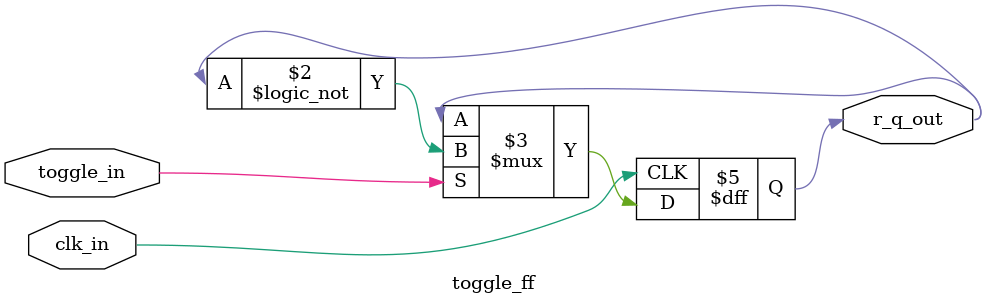
<source format=v>
module toggle_ff (
    input clk_in,
    input toggle_in,
    output reg r_q_out
);
  always @(posedge clk_in) begin
    if (toggle_in) begin
      r_q_out <= !r_q_out;
    end
  end
endmodule

</source>
